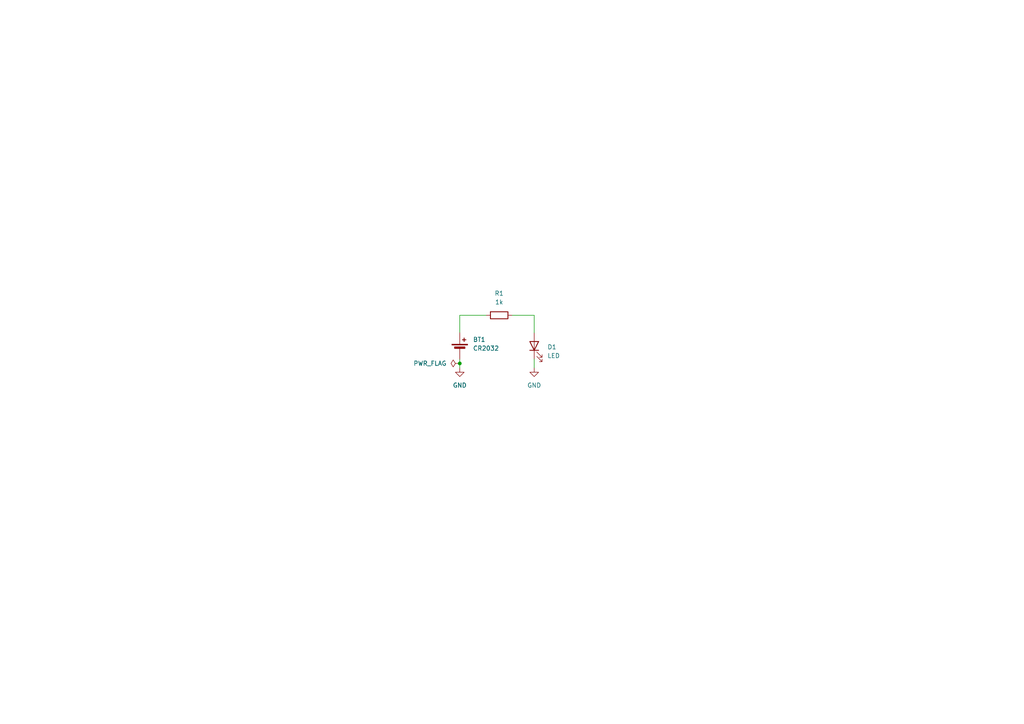
<source format=kicad_sch>
(kicad_sch (version 20230121) (generator eeschema)
  (paper "A4")
  (lib_symbols
    (symbol "Device:Battery_Cell" (pin_numbers hide) (pin_names (offset 0) hide)
      (property "Reference" "BT" (at 2.54 2.54 0))
      (property "Value" "Battery_Cell" (at 2.54 0 0))
      (symbol "Battery_Cell_0_1"
        (rectangle (start -2.286 1.778) (end 2.286 1.524) (fill (type outline)))
        (rectangle (start -1.524 1.016) (end 1.524 0.508) (fill (type outline)))
        (polyline (pts (xy 0 0.762) (xy 0 0)))
        (polyline (pts (xy 0 1.778) (xy 0 2.54)))
        (polyline (pts (xy 0.762 3.048) (xy 1.778 3.048)) (stroke (width 0.254)))
        (polyline (pts (xy 1.27 3.556) (xy 1.27 2.54)) (stroke (width 0.254)))
      )
      (symbol "Battery_Cell_1_1"
        (pin passive line (at 0 5.08 270) (length 2.54) (name "+") (number "1"))
        (pin passive line (at 0 -2.54 90) (length 2.54) (name "-") (number "2"))
      )
    )
    (symbol "Device:LED" (pin_numbers hide) (pin_names (offset 1.016) hide)
      (property "Reference" "D" (at 0 2.54 0))
      (property "Value" "LED" (at 0 -2.54 0))
      (symbol "LED_0_1"
        (polyline (pts (xy -1.27 -1.27) (xy -1.27 1.27)) (stroke (width 0.254)))
        (polyline (pts (xy -1.27 0) (xy 1.27 0)))
        (polyline (pts (xy 1.27 -1.27) (xy 1.27 1.27) (xy -1.27 0) (xy 1.27 -1.27)) (stroke (width 0.254)))
        (polyline (pts (xy -3.048 -0.762) (xy -4.572 -2.286) (xy -3.81 -2.286) (xy -4.572 -2.286) (xy -4.572 -1.524)))
        (polyline (pts (xy -1.778 -0.762) (xy -3.302 -2.286) (xy -2.54 -2.286) (xy -3.302 -2.286) (xy -3.302 -1.524)))
      )
      (symbol "LED_1_1"
        (pin passive line (at -3.81 0 0) (length 2.54) (name "K") (number "1"))
        (pin passive line (at 3.81 0 180) (length 2.54) (name "A") (number "2"))
      )
    )
    (symbol "Device:R" (pin_numbers hide) (pin_names (offset 0))
      (property "Reference" "R" (at 2.032 0 90))
      (property "Value" "R" (at 0 0 90))
      (symbol "R_0_1"
        (rectangle (start -1.016 -2.54) (end 1.016 2.54) (stroke (width 0.254)))
      )
      (symbol "R_1_1"
        (pin passive line (at 0 3.81 270) (length 1.27) (name "~") (number "1"))
        (pin passive line (at 0 -3.81 90) (length 1.27) (name "~") (number "2"))
      )
    )
    (symbol "power:GND" (power) (pin_names (offset 0))
      (property "Value" "GND" (at 0 -3.81 0))
      (symbol "GND_0_1"
        (polyline (pts (xy 0 0) (xy 0 -1.27) (xy 1.27 -1.27) (xy 0 -2.54) (xy -1.27 -1.27) (xy 0 -1.27)))
      )
      (symbol "GND_1_1"
        (pin power_in line (at 0 0 270) (length 0) hide (name "GND") (number "1"))
      )
    )
    (symbol "power:PWR_FLAG" (power) (pin_numbers hide) (pin_names (offset 0) hide)
      (property "Value" "PWR_FLAG" (at 0 3.81 0))
      (symbol "PWR_FLAG_0_0"
        (pin power_out line (at 0 0 90) (length 0) (name "pwr") (number "1"))
      )
      (symbol "PWR_FLAG_0_1"
        (polyline (pts (xy 0 0) (xy 0 1.27) (xy -1.016 1.905) (xy 0 2.54) (xy 1.016 1.905) (xy 0 1.27)))
      )
    )
  )
  (junction (at 133.35 105.41))
  (wire (pts (xy 154.94 91.44) (xy 154.94 96.52)))
  (wire (pts (xy 148.59 91.44) (xy 154.94 91.44)))
  (wire (pts (xy 154.94 104.14) (xy 154.94 106.68)))
  (wire (pts (xy 133.35 96.52) (xy 133.35 91.44)))
  (wire (pts (xy 133.35 105.41) (xy 133.35 106.68)))
  (wire (pts (xy 133.35 91.44) (xy 140.97 91.44)))
  (wire (pts (xy 133.35 104.14) (xy 133.35 105.41)))
  (symbol (lib_id "Device:Battery_Cell") (at 133.35 101.6 0) (unit 1)
    (property "Reference" "BT1" (at 137.16 98.4885 0) (effects (justify left)))
    (property "Value" "CR2032" (at 137.16 101.0285 0) (effects (justify left)))
    (property "Footprint" "Battery:BatteryHolder_Keystone_1057_1x2032" (effects hide))
  )
  (symbol (lib_id "power:GND") (at 133.35 106.68 0) (unit 1)
    (property "Reference" "#PWR01" (effects hide))
    (property "Value" "GND" (at 133.35 111.76 0))
  )
  (symbol (lib_id "power:GND") (at 154.94 106.68 0) (unit 1)
    (property "Reference" "#PWR02" (effects hide))
    (property "Value" "GND" (at 154.94 111.76 0))
  )
  (symbol (lib_id "Device:LED") (at 154.94 100.33 90) (unit 1)
    (property "Reference" "D1" (at 158.75 100.6475 90) (effects (justify right)))
    (property "Value" "LED" (at 158.75 103.1875 90) (effects (justify right)))
    (property "Footprint" "LED_SMD:LED_0805_2012Metric" (effects hide))
  )
  (symbol (lib_id "Device:R") (at 144.78 91.44 90) (unit 1)
    (property "Reference" "R1" (at 144.78 85.09 90))
    (property "Value" "1k" (at 144.78 87.63 90))
    (property "Footprint" "Resistor_SMD:R_0805_2012Metric" (effects hide))
  )
  (symbol (lib_id "power:PWR_FLAG") (at 133.35 105.41 90) (unit 1)
    (property "Reference" "#FLG01" (effects hide))
    (property "Value" "PWR_FLAG" (at 129.54 105.41 90) (effects (justify left)))
  )
)
</source>
